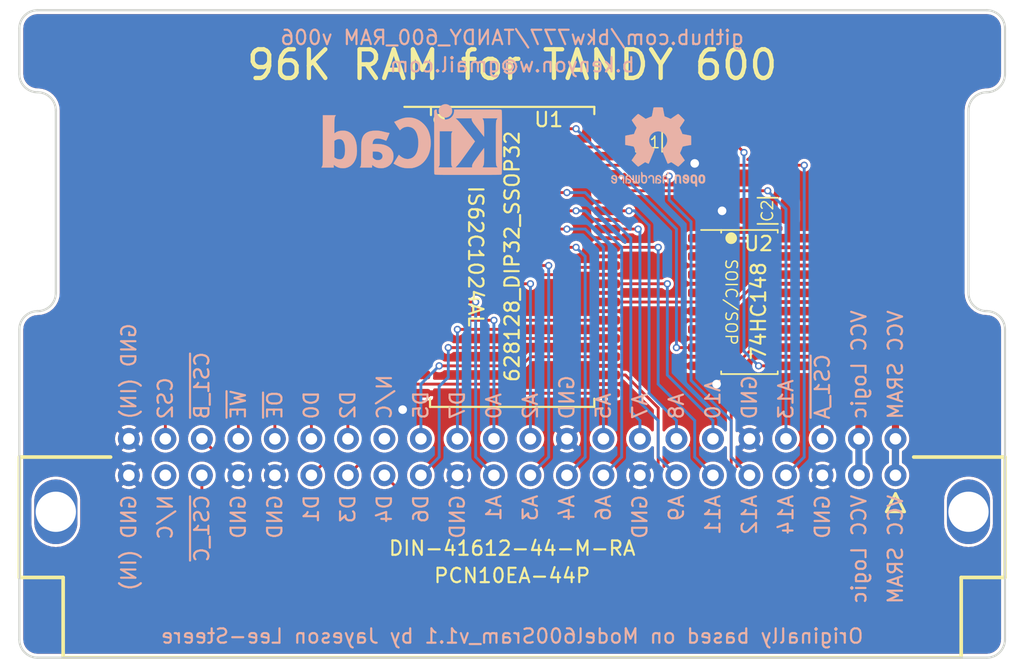
<source format=kicad_pcb>
(kicad_pcb (version 20171130) (host pcbnew 5.1.10-88a1d61d58~90~ubuntu21.04.1)
  (title_block (title "TANDY 600 96K SRAM") (date 2021-09-28) (rev 006) (company "Brian K. White - b.kenyon.w@gmail.com") (comment 1 "LICENSE: CC-BY-SA 4.0"))
  (layers (0 F.Cu signal) (31 B.Cu signal) (34 B.Paste user hide) (35 F.Paste user hide) (36 B.SilkS user) (37 F.SilkS user) (38 B.Mask user hide) (39 F.Mask user hide) (44 Edge.Cuts user))
  (net 0 "")
  (net 1 GND)
  (net 2 VMEM)
  (net 3 VCC)
  (net 4 /A14)
  (net 5 /A13)
  (net 6 /A12)
  (net 7 /A11)
  (net 8 /A10)
  (net 9 /A9)
  (net 10 /A8)
  (net 11 /A7)
  (net 12 /A6)
  (net 13 /A5)
  (net 14 /A4)
  (net 15 /A3)
  (net 16 /A2)
  (net 17 /A1)
  (net 18 /A0)
  (net 19 /D7)
  (net 20 /D6)
  (net 21 /D5)
  (net 22 /D4)
  (net 23 /D3)
  (net 24 /D2)
  (net 25 /D1)
  (net 26 /D0)
  (net 27 /~OE)
  (net 28 /~WE)
  (net 29 /CS2)
  (net 30 /A15)
  (net 31 /A16)
  (net 32 /~CS1)
  (net 33 /~CS1_B)
  (net 34 /~CS1_C)
  (net 35 /~CS1_A)
  (module 000_LOCAL:SOIC-SOP-16 (layer F.Cu) (at 162.56 112.395)
    (fp_text reference U2 (at 0.635 -4.064) (layer F.SilkS))
    (fp_text value 74HC148 (at 0.635 0.635 -90) (layer F.SilkS))
    (pad 5 smd roundrect (at -3.1735 0.635) (size 2.2 0.6) (layers F.Cu F.Paste F.Mask) (net 1 GND))
    (pad 12 smd roundrect (at 3.1735 0.635) (size 2.2 0.6) (layers F.Cu F.Paste F.Mask) (net 34 /~CS1_C))
    (pad 16 smd roundrect (at 3.1735 -4.445) (size 2.2 0.6) (layers F.Cu F.Paste F.Mask) (net 3 VCC))
    (pad 15 smd roundrect (at 3.1735 -3.175) (size 2.2 0.6) (layers F.Cu F.Paste F.Mask))
    (pad 14 smd roundrect (at 3.1735 -1.905) (size 2.2 0.6) (layers F.Cu F.Paste F.Mask) (net 32 /~CS1))
    (pad 13 smd roundrect (at 3.1735 -0.635) (size 2.2 0.6) (layers F.Cu F.Paste F.Mask) (net 3 VCC))
    (pad 11 smd roundrect (at 3.1735 1.905) (size 2.2 0.6) (layers F.Cu F.Paste F.Mask) (net 33 /~CS1_B))
    (pad 10 smd roundrect (at 3.1735 3.175) (size 2.2 0.6) (layers F.Cu F.Paste F.Mask) (net 35 /~CS1_A))
    (pad 9 smd roundrect (at 3.1735 4.445) (size 2.2 0.6) (layers F.Cu F.Paste F.Mask) (net 30 /A15))
    (pad 8 smd roundrect (at -3.1735 4.445) (size 2.2 0.6) (layers F.Cu F.Paste F.Mask) (net 1 GND))
    (pad 7 smd roundrect (at -3.1735 3.175) (size 2.2 0.6) (layers F.Cu F.Paste F.Mask) (net 31 /A16))
    (pad 6 smd roundrect (at -3.1735 1.905) (size 2.2 0.6) (layers F.Cu F.Paste F.Mask))
    (pad 4 smd roundrect (at -3.1735 -0.635) (size 2.2 0.6) (layers F.Cu F.Paste F.Mask) (net 3 VCC))
    (pad 3 smd roundrect (at -3.1735 -1.905) (size 2.2 0.6) (layers F.Cu F.Paste F.Mask) (net 3 VCC))
    (pad 2 smd roundrect (at -3.1735 -3.175) (size 2.2 0.6) (layers F.Cu F.Paste F.Mask) (net 3 VCC))
    (pad 1 smd roundrect (at -3.175 -4.445) (size 2.2 0.6) (layers F.Cu F.Paste F.Mask) (net 3 VCC))
  )
  (module 000_LOCAL:SOP-32W (layer F.Cu) (at 146.05 109.22)
    (fp_text reference U1 (at 2.54 -9.525) (layer F.SilkS))
    (fp_text value 628128_DIP32_SSOP32 (at 0 0 -90) (layer F.SilkS))
    (pad 26 smd roundrect (at 6.6 -1.905) (size 1.8 0.6) (layers F.Cu F.Paste F.Mask) (net 9 /A9))
    (pad 7 smd roundrect (at -6.6 -1.905) (size 1.8 0.6) (layers F.Cu F.Paste F.Mask) (net 13 /A5))
    (pad 8 smd roundrect (at -6.6 -0.635) (size 1.8 0.6) (layers F.Cu F.Paste F.Mask) (net 14 /A4))
    (pad 25 smd roundrect (at 6.6 -0.635) (size 1.8 0.6) (layers F.Cu F.Paste F.Mask) (net 7 /A11))
    (pad 27 smd roundrect (at 6.6 -3.175) (size 1.8 0.6) (layers F.Cu F.Paste F.Mask) (net 10 /A8))
    (pad 6 smd roundrect (at -6.6 -3.175) (size 1.8 0.6) (layers F.Cu F.Paste F.Mask) (net 12 /A6))
    (pad 5 smd roundrect (at -6.6 -4.445) (size 1.8 0.6) (layers F.Cu F.Paste F.Mask) (net 11 /A7))
    (pad 28 smd roundrect (at 6.6 -4.445) (size 1.8 0.6) (layers F.Cu F.Paste F.Mask) (net 5 /A13))
    (pad 32 smd roundrect (at 6.6 -9.525) (size 1.8 0.6) (layers F.Cu F.Paste F.Mask) (net 2 VMEM))
    (pad 1 smd roundrect (at -6.6 -9.525) (size 1.8 0.6) (layers F.Cu F.Paste F.Mask))
    (pad 2 smd roundrect (at -6.6 -8.255) (size 1.8 0.6) (layers F.Cu F.Paste F.Mask) (net 31 /A16))
    (pad 31 smd roundrect (at 6.6 -8.255) (size 1.8 0.6) (layers F.Cu F.Paste F.Mask) (net 30 /A15))
    (pad 29 smd roundrect (at 6.6 -5.715) (size 1.8 0.6) (layers F.Cu F.Paste F.Mask) (net 28 /~WE))
    (pad 4 smd roundrect (at -6.6 -5.715) (size 1.8 0.6) (layers F.Cu F.Paste F.Mask) (net 6 /A12))
    (pad 3 smd roundrect (at -6.6 -6.985) (size 1.8 0.6) (layers F.Cu F.Paste F.Mask) (net 4 /A14))
    (pad 30 smd roundrect (at 6.6 -6.985) (size 1.8 0.6) (layers F.Cu F.Paste F.Mask) (net 29 /CS2))
    (pad 22 smd roundrect (at 6.6 3.175) (size 1.8 0.6) (layers F.Cu F.Paste F.Mask) (net 32 /~CS1))
    (pad 11 smd roundrect (at -6.6 3.175) (size 1.8 0.6) (layers F.Cu F.Paste F.Mask) (net 17 /A1))
    (pad 12 smd roundrect (at -6.6 4.445) (size 1.8 0.6) (layers F.Cu F.Paste F.Mask) (net 18 /A0))
    (pad 21 smd roundrect (at 6.6 4.445) (size 1.8 0.6) (layers F.Cu F.Paste F.Mask) (net 19 /D7))
    (pad 23 smd roundrect (at 6.6 1.905) (size 1.8 0.6) (layers F.Cu F.Paste F.Mask) (net 8 /A10))
    (pad 10 smd roundrect (at -6.6 1.905) (size 1.8 0.6) (layers F.Cu F.Paste F.Mask) (net 16 /A2))
    (pad 9 smd roundrect (at -6.6 0.635) (size 1.8 0.6) (layers F.Cu F.Paste F.Mask) (net 15 /A3))
    (pad 24 smd roundrect (at 6.6 0.635) (size 1.8 0.6) (layers F.Cu F.Paste F.Mask) (net 27 /~OE))
    (pad 20 smd roundrect (at 6.6 5.715) (size 1.8 0.6) (layers F.Cu F.Paste F.Mask) (net 20 /D6))
    (pad 13 smd roundrect (at -6.6 5.715) (size 1.8 0.6) (layers F.Cu F.Paste F.Mask) (net 26 /D0))
    (pad 14 smd roundrect (at -6.6 6.985) (size 1.8 0.6) (layers F.Cu F.Paste F.Mask) (net 25 /D1))
    (pad 19 smd roundrect (at 6.6 6.985) (size 1.8 0.6) (layers F.Cu F.Paste F.Mask) (net 21 /D5))
    (pad 17 smd roundrect (at 6.6 9.525) (size 1.8 0.6) (layers F.Cu F.Paste F.Mask) (net 23 /D3))
    (pad 16 smd roundrect (at -6.6 9.525) (size 1.8 0.6) (layers F.Cu F.Paste F.Mask) (net 1 GND))
    (pad 15 smd roundrect (at -6.6 8.255) (size 1.8 0.6) (layers F.Cu F.Paste F.Mask) (net 24 /D2))
    (pad 18 smd roundrect (at 6.6 8.255) (size 1.8 0.6) (layers F.Cu F.Paste F.Mask) (net 22 /D4))
  )
  (module 000_LOCAL:DIN41612-44P-male-horiz (layer F.Cu) (at 146.05 123.19)
    (fp_text reference J1 hide)
    (fp_text value DIN-41612-44-M-RA (at 0 6.35) (layer F.SilkS))
    (pad "" thru_hole oval (at -31.75 3.81) (size 2.999999 4.500001) (drill 2.799999) (layers *.Cu *.Mask))
    (pad "" thru_hole oval (at 31.75 3.81) (size 2.999999 4.500001) (drill 2.799999) (layers *.Cu *.Mask))
    (pad 22B thru_hole circle (at -26.67 -1.27) (size 1.524 1.524) (drill 0.8) (layers *.Cu *.Mask) (net 1 GND))
    (pad 22A thru_hole circle (at -26.67 1.27) (size 1.524 1.524) (drill 0.8) (layers *.Cu *.Mask) (net 1 GND))
    (pad 21B thru_hole circle (at -24.13 -1.27) (size 1.524 1.524) (drill 0.8) (layers *.Cu *.Mask) (net 29 /CS2))
    (pad 21A thru_hole circle (at -24.13 1.27) (size 1.524 1.524) (drill 0.8) (layers *.Cu *.Mask))
    (pad 20B thru_hole circle (at -21.59 -1.27) (size 1.524 1.524) (drill 0.8) (layers *.Cu *.Mask) (net 33 /~CS1_B))
    (pad 20A thru_hole circle (at -21.59 1.27) (size 1.524 1.524) (drill 0.8) (layers *.Cu *.Mask) (net 34 /~CS1_C))
    (pad 19B thru_hole circle (at -19.05 -1.27) (size 1.524 1.524) (drill 0.8) (layers *.Cu *.Mask) (net 28 /~WE))
    (pad 19A thru_hole circle (at -19.05 1.27) (size 1.524 1.524) (drill 0.8) (layers *.Cu *.Mask) (net 1 GND))
    (pad 18B thru_hole circle (at -16.51 -1.27) (size 1.524 1.524) (drill 0.8) (layers *.Cu *.Mask) (net 27 /~OE))
    (pad 18A thru_hole circle (at -16.51 1.27) (size 1.524 1.524) (drill 0.8) (layers *.Cu *.Mask) (net 1 GND))
    (pad 17B thru_hole circle (at -13.97 -1.27) (size 1.524 1.524) (drill 0.8) (layers *.Cu *.Mask) (net 26 /D0))
    (pad 17A thru_hole circle (at -13.97 1.27) (size 1.524 1.524) (drill 0.8) (layers *.Cu *.Mask) (net 25 /D1))
    (pad 16B thru_hole circle (at -11.43 -1.27) (size 1.524 1.524) (drill 0.8) (layers *.Cu *.Mask) (net 24 /D2))
    (pad 16A thru_hole circle (at -11.43 1.27) (size 1.524 1.524) (drill 0.8) (layers *.Cu *.Mask) (net 23 /D3))
    (pad 15B thru_hole circle (at -8.89 -1.27) (size 1.524 1.524) (drill 0.8) (layers *.Cu *.Mask))
    (pad 15A thru_hole circle (at -8.89 1.27) (size 1.524 1.524) (drill 0.8) (layers *.Cu *.Mask) (net 22 /D4))
    (pad 14B thru_hole circle (at -6.35 -1.27) (size 1.524 1.524) (drill 0.8) (layers *.Cu *.Mask) (net 21 /D5))
    (pad 14A thru_hole circle (at -6.35 1.27) (size 1.524 1.524) (drill 0.8) (layers *.Cu *.Mask) (net 20 /D6))
    (pad 13B thru_hole circle (at -3.81 -1.27) (size 1.524 1.524) (drill 0.8) (layers *.Cu *.Mask) (net 19 /D7))
    (pad 13A thru_hole circle (at -3.81 1.27) (size 1.524 1.524) (drill 0.8) (layers *.Cu *.Mask) (net 1 GND))
    (pad 12B thru_hole circle (at -1.27 -1.27) (size 1.524 1.524) (drill 0.8) (layers *.Cu *.Mask) (net 18 /A0))
    (pad 12A thru_hole circle (at -1.27 1.27) (size 1.524 1.524) (drill 0.8) (layers *.Cu *.Mask) (net 17 /A1))
    (pad 11B thru_hole circle (at 1.27 -1.27) (size 1.524 1.524) (drill 0.8) (layers *.Cu *.Mask) (net 16 /A2))
    (pad 11A thru_hole circle (at 1.27 1.27) (size 1.524 1.524) (drill 0.8) (layers *.Cu *.Mask) (net 15 /A3))
    (pad 10B thru_hole circle (at 3.81 -1.27) (size 1.524 1.524) (drill 0.8) (layers *.Cu *.Mask) (net 1 GND))
    (pad 10A thru_hole circle (at 3.81 1.27) (size 1.524 1.524) (drill 0.8) (layers *.Cu *.Mask) (net 14 /A4))
    (pad 9B thru_hole circle (at 6.35 -1.27) (size 1.524 1.524) (drill 0.8) (layers *.Cu *.Mask) (net 13 /A5))
    (pad 9A thru_hole circle (at 6.35 1.27) (size 1.524 1.524) (drill 0.8) (layers *.Cu *.Mask) (net 12 /A6))
    (pad 8B thru_hole circle (at 8.89 -1.27) (size 1.524 1.524) (drill 0.8) (layers *.Cu *.Mask) (net 11 /A7))
    (pad 8A thru_hole circle (at 8.89 1.27) (size 1.524 1.524) (drill 0.8) (layers *.Cu *.Mask) (net 1 GND))
    (pad 7B thru_hole circle (at 11.43 -1.27) (size 1.524 1.524) (drill 0.8) (layers *.Cu *.Mask) (net 10 /A8))
    (pad 7A thru_hole circle (at 11.43 1.27) (size 1.524 1.524) (drill 0.8) (layers *.Cu *.Mask) (net 9 /A9))
    (pad 6B thru_hole circle (at 13.97 -1.27) (size 1.524 1.524) (drill 0.8) (layers *.Cu *.Mask) (net 8 /A10))
    (pad 6A thru_hole circle (at 13.97 1.27) (size 1.524 1.524) (drill 0.8) (layers *.Cu *.Mask) (net 7 /A11))
    (pad 5B thru_hole circle (at 16.51 -1.27) (size 1.524 1.524) (drill 0.8) (layers *.Cu *.Mask) (net 1 GND))
    (pad 5A thru_hole circle (at 16.51 1.27) (size 1.524 1.524) (drill 0.8) (layers *.Cu *.Mask) (net 6 /A12))
    (pad 4B thru_hole circle (at 19.05 -1.27) (size 1.524 1.524) (drill 0.8) (layers *.Cu *.Mask) (net 5 /A13))
    (pad 4A thru_hole circle (at 19.05 1.27) (size 1.524 1.524) (drill 0.8) (layers *.Cu *.Mask) (net 4 /A14))
    (pad 3B thru_hole circle (at 21.59 -1.27) (size 1.524 1.524) (drill 0.8) (layers *.Cu *.Mask) (net 35 /~CS1_A))
    (pad 3A thru_hole circle (at 21.59 1.27) (size 1.524 1.524) (drill 0.8) (layers *.Cu *.Mask) (net 1 GND))
    (pad 2B thru_hole circle (at 24.13 -1.27) (size 1.524 1.524) (drill 0.8) (layers *.Cu *.Mask) (net 3 VCC))
    (pad 2A thru_hole circle (at 24.13 1.27) (size 1.524 1.524) (drill 0.8) (layers *.Cu *.Mask) (net 3 VCC))
    (pad 1B thru_hole circle (at 26.67 -1.27) (size 1.524 1.524) (drill 0.8) (layers *.Cu *.Mask) (net 2 VMEM))
    (pad 1A thru_hole circle (at 26.67 1.27) (size 1.524 1.524) (drill 0.8) (layers *.Cu *.Mask) (net 2 VMEM))
  )
  (module 000_LOCAL:C_1206 (layer F.Cu) (at 163.83 106.045 180)
    (fp_text reference C2 (at 0.0254 0.005 -90) (layer F.SilkS) (effects (font (size 0.8 0.8) (thickness 0.1))))
    (fp_text value 0.1uF)
    (pad 2 smd roundrect (at 1.475 0 180) (size 1.15 1.8) (layers F.Cu F.Paste F.Mask) (roundrect_rratio 0.2173904347826087) (net 1 GND))
    (pad 1 smd roundrect (at -1.475 0 180) (size 1.15 1.8) (layers F.Cu F.Paste F.Mask) (roundrect_rratio 0.2173904347826087) (net 3 VCC))
  )
  (module 000_LOCAL:C_1206 (layer F.Cu) (at 155.575 101.219 270)
    (fp_text reference C1 (at 0.0635 0 unlocked) (layer F.SilkS) (effects (font (size 0.8 0.8) (thickness 0.1))))
    (fp_text value 0.1uF)
    (pad 2 smd roundrect (at 1.475 0 270) (size 1.15 1.8) (layers F.Cu F.Paste F.Mask) (roundrect_rratio 0.2173904347826087) (net 1 GND))
    (pad 1 smd roundrect (at -1.475 0 270) (size 1.15 1.8) (layers F.Cu F.Paste F.Mask) (roundrect_rratio 0.2173904347826087) (net 2 VMEM))
  )
  (module 000_LOCAL:OSHW-6mm-ss (layer B.Cu) (at 156.21 101.6 180)
    (fp_text reference REF** hide)
    (fp_text value OSHW-6mm-ss hide)
  )
  (module 000_LOCAL:KiCad-5mm-ss (layer B.Cu) (at 139.065 101.6 180)
    (fp_text reference REF** hide)
    (fp_text value KiCad-5mm-ss hide)
  )
  (gr_arc (start 113.03 93.345) (end 111.76 93.345) (angle 90) (layer Edge.Cuts) (width 0.15))
  (gr_arc (start 179.07 93.345) (end 179.07 92.075) (angle 90) (layer Edge.Cuts) (width 0.15))
  (gr_arc (start 179.07 111.76) (end 179.07 113.03) (angle 90) (layer Edge.Cuts) (width 0.15))
  (gr_arc (start 179.07 99.06) (end 177.8 99.06) (angle 90) (layer Edge.Cuts) (width 0.15))
  (gr_arc (start 113.03 111.76) (end 114.3 111.76) (angle 90) (layer Edge.Cuts) (width 0.15))
  (gr_arc (start 113.03 99.06) (end 113.03 97.79) (angle 90) (layer Edge.Cuts) (width 0.15))
  (gr_text SOIC/SOP (at 161.29 112.395 -90) (layer F.SilkS) (effects (font (size 0.8 0.8) (thickness 0.1))))
  (gr_text b.kenyon.w@gmail.com (at 146.05 95.885) (layer B.SilkS) (effects (font (size 1 1)) (justify mirror)))
  (gr_text "github.com/bkw777/TANDY_600_RAM v006" (at 146.05 93.98) (layer B.SilkS) (effects (font (size 1 1)) (justify mirror)))
  (gr_text "Originally based on Model600Sram_v1.1 by Jayeson Lee-Steere" (at 146.05 135.66) (layer B.SilkS) (effects (font (size 1 1)) (justify mirror)))
  (gr_text ~WE (at 127 120.65 90) (layer B.SilkS) (effects (font (size 1 1)) (justify right mirror)))
  (gr_text ~CS1_B~ (at 124.46 120.65 90) (layer B.SilkS) (effects (font (size 1 1)) (justify right mirror)))
  (gr_text "GND (IN)" (at 119.38 120.65 90) (layer B.SilkS) (effects (font (size 1 1)) (justify right mirror)))
  (gr_text CS2 (at 121.92 120.65 90) (layer B.SilkS) (effects (font (size 1 1)) (justify right mirror)))
  (gr_text D0 (at 132.08 120.65 90) (layer B.SilkS) (effects (font (size 1 1)) (justify right mirror)))
  (gr_text ~OE (at 129.54 120.65 90) (layer B.SilkS) (effects (font (size 1 1)) (justify right mirror)))
  (gr_text A5 (at 152.4 120.65 90) (layer B.SilkS) (effects (font (size 1 1)) (justify right mirror)))
  (gr_text GND (at 149.86 120.65 90) (layer B.SilkS) (effects (font (size 1 1)) (justify right mirror)))
  (gr_text A0 (at 144.78 120.65 90) (layer B.SilkS) (effects (font (size 1 1)) (justify right mirror)))
  (gr_text A2 (at 147.32 120.65 90) (layer B.SilkS) (effects (font (size 1 1)) (justify right mirror)))
  (gr_text N/C (at 137.16 120.65 90) (layer B.SilkS) (effects (font (size 1 1)) (justify right mirror)))
  (gr_text D2 (at 134.62 120.65 90) (layer B.SilkS) (effects (font (size 1 1)) (justify right mirror)))
  (gr_text D5 (at 139.7 120.65 90) (layer B.SilkS) (effects (font (size 1 1)) (justify right mirror)))
  (gr_text D7 (at 142.24 120.65 90) (layer B.SilkS) (effects (font (size 1 1)) (justify right mirror)))
  (gr_text GND (at 162.56 120.65 90) (layer B.SilkS) (effects (font (size 1 1)) (justify right mirror)))
  (gr_text A10 (at 160.02 120.65 90) (layer B.SilkS) (effects (font (size 1 1)) (justify right mirror)))
  (gr_text A7 (at 154.94 120.65 90) (layer B.SilkS) (effects (font (size 1 1)) (justify right mirror)))
  (gr_text A8 (at 157.48 120.65 90) (layer B.SilkS) (effects (font (size 1 1)) (justify right mirror)))
  (gr_text ~CS1_A~ (at 167.64 120.65 90) (layer B.SilkS) (effects (font (size 1 1)) (justify right mirror)))
  (gr_text A13 (at 165.1 120.65 90) (layer B.SilkS) (effects (font (size 1 1)) (justify right mirror)))
  (gr_text "VCC Logic" (at 170.18 120.65 90) (layer B.SilkS) (effects (font (size 1 1)) (justify right mirror)))
  (gr_text "VCC SRAM" (at 172.72 120.65 90) (layer B.SilkS) (effects (font (size 1 1)) (justify right mirror)))
  (gr_text "GND (IN)" (at 119.38 125.73 90) (layer B.SilkS) (effects (font (size 1 1)) (justify left mirror)))
  (gr_text GND (at 129.54 125.73 90) (layer B.SilkS) (effects (font (size 1 1)) (justify left mirror)))
  (gr_text GND (at 127 125.73 90) (layer B.SilkS) (effects (font (size 1 1)) (justify left mirror)))
  (gr_text N/C (at 121.92 125.73 90) (layer B.SilkS) (effects (font (size 1 1)) (justify left mirror)))
  (gr_text ~CS1_C~ (at 124.46 125.73 90) (layer B.SilkS) (effects (font (size 1 1)) (justify left mirror)))
  (gr_text D1 (at 132.08 125.73 90) (layer B.SilkS) (effects (font (size 1 1)) (justify left mirror)))
  (gr_text A6 (at 152.4 125.73 90) (layer B.SilkS) (effects (font (size 1 1)) (justify left mirror)))
  (gr_text A4 (at 149.86 125.73 90) (layer B.SilkS) (effects (font (size 1 1)) (justify left mirror)))
  (gr_text A1 (at 144.78 125.73 90) (layer B.SilkS) (effects (font (size 1 1)) (justify left mirror)))
  (gr_text A3 (at 147.32 125.73 90) (layer B.SilkS) (effects (font (size 1 1)) (justify left mirror)))
  (gr_text D4 (at 137.16 125.73 90) (layer B.SilkS) (effects (font (size 1 1)) (justify left mirror)))
  (gr_text D3 (at 134.62 125.73 90) (layer B.SilkS) (effects (font (size 1 1)) (justify left mirror)))
  (gr_text D6 (at 139.7 125.73 90) (layer B.SilkS) (effects (font (size 1 1)) (justify left mirror)))
  (gr_text GND (at 142.24 125.73 90) (layer B.SilkS) (effects (font (size 1 1)) (justify left mirror)))
  (gr_text A12 (at 162.56 125.73 90) (layer B.SilkS) (effects (font (size 1 1)) (justify left mirror)))
  (gr_text A11 (at 160.02 125.73 90) (layer B.SilkS) (effects (font (size 1 1)) (justify left mirror)))
  (gr_text GND (at 154.94 125.73 90) (layer B.SilkS) (effects (font (size 1 1)) (justify left mirror)))
  (gr_text A9 (at 157.48 125.73 90) (layer B.SilkS) (effects (font (size 1 1)) (justify left mirror)))
  (gr_text GND (at 167.64 125.73 90) (layer B.SilkS) (effects (font (size 1 1)) (justify left mirror)))
  (gr_text A14 (at 165.1 125.73 90) (layer B.SilkS) (effects (font (size 1 1)) (justify left mirror)))
  (gr_text "VCC Logic" (at 170.18 125.73 90) (layer B.SilkS) (effects (font (size 1 1)) (justify left mirror)))
  (gr_text "VCC SRAM" (at 172.72 125.73 90) (layer B.SilkS) (effects (font (size 1 1)) (justify left mirror)))
  (gr_text "96K RAM for TANDY 600" (at 146.05 95.885) (layer F.SilkS) (effects (font (size 2 2) (thickness 0.3))))
  (gr_text IS62C1024AL (at 143.51 109.22 -90) (layer F.SilkS) (effects (font (size 1 1))))
  (gr_line (start 177.8 111.76) (end 177.8 99.06) (angle 90) (layer Edge.Cuts) (width 0.15))
  (gr_line (start 114.3 99.06) (end 114.3 111.76) (angle 90) (layer Edge.Cuts) (width 0.15))
  (gr_line (start 180.34 93.345) (end 180.34 96.52) (angle 90) (layer Edge.Cuts) (width 0.15))
  (gr_line (start 111.76 93.345) (end 111.76 96.52) (angle 90) (layer Edge.Cuts) (width 0.15))
  (gr_line (start 180.34 114.3) (end 180.34 135.89) (angle 90) (layer Edge.Cuts) (width 0.15))
  (gr_arc (start 179.07 114.3) (end 179.07 113.03) (angle 90) (layer Edge.Cuts) (width 0.15))
  (gr_arc (start 179.07 96.52) (end 180.34 96.52) (angle 90) (layer Edge.Cuts) (width 0.15))
  (gr_line (start 111.76 114.3) (end 111.76 135.89) (angle 90) (layer Edge.Cuts) (width 0.15))
  (gr_arc (start 113.03 114.3) (end 111.76 114.3) (angle 90) (layer Edge.Cuts) (width 0.15))
  (gr_arc (start 113.03 96.52) (end 113.03 97.79) (angle 90) (layer Edge.Cuts) (width 0.15))
  (gr_text PCN10EA-44P (at 146.05 131.445) (layer F.SilkS) (effects (font (size 1 1))))
  (gr_line (start 179.07 137.16) (end 113.03 137.16) (angle 90) (layer Edge.Cuts) (width 0.15))
  (gr_line (start 113.03 92.075) (end 179.07 92.075) (angle 90) (layer Edge.Cuts) (width 0.15))
  (gr_arc (start 113.03 135.89) (end 113.03 137.16) (angle 90) (layer Edge.Cuts) (width 0.15))
  (gr_arc (start 179.07 135.89) (end 180.34 135.89) (angle 90) (layer Edge.Cuts) (width 0.15))
  (via (at 138.43 119.888) (size 1) (drill 0.6) (layers F.Cu B.Cu) (net 1))
  (via (at 160.274 118.11) (size 1) (drill 0.6) (layers F.Cu B.Cu) (net 1))
  (via (at 160.655 106.045) (size 1) (drill 0.6) (layers F.Cu B.Cu) (net 1))
  (via (at 158.75 102.743) (size 1) (drill 0.6) (layers F.Cu B.Cu) (net 1))
  (segment (start 158.701 102.694) (end 158.75 102.743) (width 0.5) (layer F.Cu) (net 1))
  (segment (start 155.575 102.694) (end 158.701 102.694) (width 0.5) (layer F.Cu) (net 1))
  (segment (start 172.72 124.46) (end 172.72 121.92) (width 0.5) (layer F.Cu) (net 2))
  (segment (start 172.72 121.92) (end 172.72 124.46) (width 0.5) (layer B.Cu) (net 2))
  (segment (start 155.526 99.695) (end 152.65 99.695) (width 0.5) (layer F.Cu) (net 2))
  (segment (start 155.575 99.744) (end 155.526 99.695) (width 0.5) (layer F.Cu) (net 2))
  (segment (start 172.72 121.92) (end 172.72 106.68) (width 0.5) (layer F.Cu) (net 2))
  (segment (start 172.72 106.68) (end 165.784 99.744) (width 0.5) (layer F.Cu) (net 2))
  (segment (start 165.784 99.744) (end 155.575 99.744) (width 0.5) (layer F.Cu) (net 2))
  (segment (start 170.18 124.46) (end 170.18 121.92) (width 0.5) (layer F.Cu) (net 3))
  (segment (start 170.18 121.92) (end 170.18 124.46) (width 0.5) (layer B.Cu) (net 3))
  (segment (start 159.3865 107.9515) (end 159.385 107.95) (width 0.2) (layer F.Cu) (net 3))
  (segment (start 159.3865 111.76) (end 159.3865 107.9515) (width 0.2) (layer F.Cu) (net 3))
  (segment (start 159.385 107.95) (end 165.7335 107.95) (width 0.2) (layer F.Cu) (net 3))
  (segment (start 165.305 107.95) (end 165.7335 107.95) (width 0.5) (layer F.Cu) (net 3))
  (segment (start 165.305 106.045) (end 165.305 107.95) (width 0.5) (layer F.Cu) (net 3))
  (segment (start 170.18 113.9825) (end 170.18 121.92) (width 0.5) (layer F.Cu) (net 3))
  (segment (start 167.9575 111.76) (end 170.18 113.9825) (width 0.5) (layer F.Cu) (net 3))
  (segment (start 167.9575 108.7755) (end 167.9575 111.76) (width 0.5) (layer F.Cu) (net 3))
  (segment (start 167.132 107.95) (end 167.9575 108.7755) (width 0.5) (layer F.Cu) (net 3))
  (segment (start 165.7335 107.95) (end 167.132 107.95) (width 0.5) (layer F.Cu) (net 3))
  (segment (start 165.7335 111.76) (end 167.9575 111.76) (width 0.2) (layer F.Cu) (net 3))
  (segment (start 144.145 102.235) (end 139.45 102.235) (width 0.2) (layer F.Cu) (net 4))
  (segment (start 144.78 101.6) (end 144.145 102.235) (width 0.2) (layer F.Cu) (net 4))
  (segment (start 161.76625 102.87) (end 160.49625 101.6) (width 0.2) (layer F.Cu) (net 4))
  (segment (start 166.37 102.87) (end 161.76625 102.87) (width 0.2) (layer F.Cu) (net 4))
  (segment (start 166.37 123.19) (end 165.1 124.46) (width 0.2) (layer B.Cu) (net 4))
  (segment (start 166.37 102.87) (end 166.37 123.19) (width 0.2) (layer B.Cu) (net 4))
  (segment (start 160.49625 101.6) (end 144.78 101.6) (width 0.2) (layer F.Cu) (net 4))
  (via (at 166.37 102.87) (size 0.5) (drill 0.3) (layers F.Cu B.Cu) (net 4))
  (segment (start 152.777 104.648) (end 152.65 104.775) (width 0.2) (layer F.Cu) (net 5))
  (segment (start 163.83 104.648) (end 152.777 104.648) (width 0.2) (layer F.Cu) (net 5))
  (segment (start 165.1 105.918) (end 165.1 121.92) (width 0.2) (layer B.Cu) (net 5))
  (segment (start 163.83 104.648) (end 165.1 105.918) (width 0.2) (layer B.Cu) (net 5))
  (via (at 163.83 104.648) (size 0.5) (drill 0.3) (layers F.Cu B.Cu) (net 5))
  (via (at 156.972 103.632) (size 0.5) (drill 0.3) (layers F.Cu B.Cu) (net 6))
  (segment (start 161.29 123.19) (end 162.56 124.46) (width 0.2) (layer B.Cu) (net 6))
  (segment (start 161.29 120.65) (end 161.29 123.19) (width 0.2) (layer B.Cu) (net 6))
  (segment (start 158.496 117.856) (end 161.29 120.65) (width 0.2) (layer B.Cu) (net 6))
  (segment (start 158.496 106.807) (end 158.496 117.856) (width 0.2) (layer B.Cu) (net 6))
  (segment (start 156.972 105.283) (end 158.496 106.807) (width 0.2) (layer B.Cu) (net 6))
  (segment (start 156.972 103.632) (end 156.972 105.283) (width 0.2) (layer B.Cu) (net 6))
  (segment (start 145.415 103.505) (end 139.45 103.505) (width 0.2) (layer F.Cu) (net 6))
  (segment (start 146.05 102.87) (end 145.415 103.505) (width 0.2) (layer F.Cu) (net 6))
  (segment (start 153.797 102.87) (end 146.05 102.87) (width 0.2) (layer F.Cu) (net 6))
  (segment (start 154.686 103.759) (end 153.797 102.87) (width 0.2) (layer F.Cu) (net 6))
  (segment (start 156.845 103.759) (end 154.686 103.759) (width 0.2) (layer F.Cu) (net 6))
  (segment (start 156.972 103.632) (end 156.845 103.759) (width 0.2) (layer F.Cu) (net 6))
  (segment (start 156.21 108.585) (end 152.65 108.585) (width 0.2) (layer F.Cu) (net 7))
  (via (at 156.21 108.585) (size 0.5) (drill 0.3) (layers F.Cu B.Cu) (net 7))
  (segment (start 158.75 123.19) (end 160.02 124.46) (width 0.2) (layer B.Cu) (net 7))
  (segment (start 158.75 120.65) (end 158.75 123.19) (width 0.2) (layer B.Cu) (net 7))
  (segment (start 156.21 118.11) (end 158.75 120.65) (width 0.2) (layer B.Cu) (net 7))
  (segment (start 156.21 108.585) (end 156.21 118.11) (width 0.2) (layer B.Cu) (net 7))
  (segment (start 154.305 111.125) (end 152.65 111.125) (width 0.2) (layer F.Cu) (net 8))
  (segment (start 156.845 111.125) (end 154.305 111.125) (width 0.2) (layer F.Cu) (net 8))
  (via (at 156.845 111.125) (size 0.5) (drill 0.3) (layers F.Cu B.Cu) (net 8))
  (segment (start 160.02 120.65) (end 160.02 121.92) (width 0.2) (layer B.Cu) (net 8))
  (segment (start 156.845 117.475) (end 160.02 120.65) (width 0.2) (layer B.Cu) (net 8))
  (segment (start 156.845 111.125) (end 156.845 117.475) (width 0.2) (layer B.Cu) (net 8))
  (segment (start 156.21 123.19) (end 157.48 124.46) (width 0.2) (layer B.Cu) (net 9))
  (segment (start 156.21 120.65) (end 156.21 123.19) (width 0.2) (layer B.Cu) (net 9))
  (segment (start 154.94 119.38) (end 156.21 120.65) (width 0.2) (layer B.Cu) (net 9))
  (segment (start 154.94 107.442) (end 154.94 119.38) (width 0.2) (layer B.Cu) (net 9))
  (segment (start 154.813 107.315) (end 154.94 107.442) (width 0.2) (layer B.Cu) (net 9))
  (segment (start 154.813 107.315) (end 152.65 107.315) (width 0.2) (layer F.Cu) (net 9))
  (via (at 154.813 107.315) (size 0.5) (drill 0.3) (layers F.Cu B.Cu) (net 9))
  (segment (start 154.178 106.045) (end 152.65 106.045) (width 0.2) (layer F.Cu) (net 10))
  (via (at 154.178 106.045) (size 0.5) (drill 0.3) (layers F.Cu B.Cu) (net 10))
  (segment (start 157.48 120.65) (end 157.48 121.92) (width 0.2) (layer B.Cu) (net 10))
  (segment (start 155.575 118.745) (end 157.48 120.65) (width 0.2) (layer B.Cu) (net 10))
  (segment (start 155.575 107.061) (end 155.575 118.745) (width 0.2) (layer B.Cu) (net 10))
  (segment (start 154.559 106.045) (end 155.575 107.061) (width 0.2) (layer B.Cu) (net 10))
  (segment (start 154.178 106.045) (end 154.559 106.045) (width 0.2) (layer B.Cu) (net 10))
  (segment (start 149.86 104.775) (end 139.45 104.775) (width 0.2) (layer F.Cu) (net 11))
  (via (at 149.86 104.775) (size 0.5) (drill 0.3) (layers F.Cu B.Cu) (net 11))
  (segment (start 154.94 120.65) (end 154.94 121.92) (width 0.2) (layer B.Cu) (net 11))
  (segment (start 154.305 120.015) (end 154.94 120.65) (width 0.2) (layer B.Cu) (net 11))
  (segment (start 151.13 104.775) (end 154.305 107.95) (width 0.2) (layer B.Cu) (net 11))
  (segment (start 154.305 107.95) (end 154.305 120.015) (width 0.2) (layer B.Cu) (net 11))
  (segment (start 149.86 104.775) (end 151.13 104.775) (width 0.2) (layer B.Cu) (net 11))
  (segment (start 153.67 123.19) (end 152.4 124.46) (width 0.2) (layer B.Cu) (net 12))
  (segment (start 153.67 108.585) (end 153.67 123.19) (width 0.2) (layer B.Cu) (net 12))
  (segment (start 151.13 106.045) (end 153.67 108.585) (width 0.2) (layer B.Cu) (net 12))
  (segment (start 140.72 106.045) (end 139.45 106.045) (width 0.2) (layer F.Cu) (net 12))
  (segment (start 150.495 106.045) (end 140.72 106.045) (width 0.2) (layer F.Cu) (net 12))
  (segment (start 150.495 106.045) (end 151.13 106.045) (width 0.2) (layer B.Cu) (net 12))
  (via (at 150.495 106.045) (size 0.5) (drill 0.3) (layers F.Cu B.Cu) (net 12))
  (segment (start 149.86 107.315) (end 139.45 107.315) (width 0.2) (layer F.Cu) (net 13))
  (via (at 149.86 107.315) (size 0.5) (drill 0.3) (layers F.Cu B.Cu) (net 13))
  (segment (start 151.13 107.315) (end 152.4 108.585) (width 0.2) (layer B.Cu) (net 13))
  (segment (start 152.4 108.585) (end 152.4 121.92) (width 0.2) (layer B.Cu) (net 13))
  (segment (start 149.86 107.315) (end 151.13 107.315) (width 0.2) (layer B.Cu) (net 13))
  (segment (start 150.495 108.585) (end 139.45 108.585) (width 0.2) (layer F.Cu) (net 14))
  (segment (start 151.13 123.19) (end 149.86 124.46) (width 0.2) (layer B.Cu) (net 14))
  (segment (start 151.13 109.22) (end 151.13 123.19) (width 0.2) (layer B.Cu) (net 14))
  (segment (start 150.495 108.585) (end 151.13 109.22) (width 0.2) (layer B.Cu) (net 14))
  (via (at 150.495 108.585) (size 0.5) (drill 0.3) (layers F.Cu B.Cu) (net 14))
  (segment (start 148.59 109.855) (end 139.45 109.855) (width 0.2) (layer F.Cu) (net 15))
  (segment (start 148.59 109.855) (end 148.59 123.19) (width 0.2) (layer B.Cu) (net 15))
  (segment (start 148.59 123.19) (end 147.32 124.46) (width 0.2) (layer B.Cu) (net 15))
  (via (at 148.59 109.855) (size 0.5) (drill 0.3) (layers F.Cu B.Cu) (net 15))
  (segment (start 147.32 111.125) (end 139.45 111.125) (width 0.2) (layer F.Cu) (net 16))
  (segment (start 147.32 121.92) (end 147.32 111.125) (width 0.2) (layer B.Cu) (net 16))
  (via (at 147.32 111.125) (size 0.5) (drill 0.3) (layers F.Cu B.Cu) (net 16))
  (segment (start 143.51 123.19) (end 144.78 124.46) (width 0.2) (layer B.Cu) (net 17))
  (segment (start 143.51 112.395) (end 143.51 123.19) (width 0.2) (layer B.Cu) (net 17))
  (via (at 143.51 112.395) (size 0.5) (drill 0.3) (layers F.Cu B.Cu) (net 17))
  (segment (start 139.45 112.395) (end 143.51 112.395) (width 0.2) (layer F.Cu) (net 17))
  (segment (start 144.78 113.665) (end 139.45 113.665) (width 0.2) (layer F.Cu) (net 18))
  (segment (start 144.78 121.92) (end 144.78 113.665) (width 0.2) (layer B.Cu) (net 18))
  (via (at 144.78 113.665) (size 0.5) (drill 0.3) (layers F.Cu B.Cu) (net 18))
  (segment (start 142.24 114.3) (end 142.24 118.745) (width 0.2) (layer B.Cu) (net 19))
  (segment (start 146.030157 113.665) (end 152.65 113.665) (width 0.2) (layer F.Cu) (net 19))
  (segment (start 145.395157 114.3) (end 146.030157 113.665) (width 0.2) (layer F.Cu) (net 19))
  (segment (start 142.24 118.745) (end 142.24 121.92) (width 0.2) (layer B.Cu) (net 19))
  (segment (start 142.24 114.3) (end 145.395157 114.3) (width 0.2) (layer F.Cu) (net 19))
  (via (at 142.24 114.3) (size 0.5) (drill 0.3) (layers F.Cu B.Cu) (net 19))
  (segment (start 140.97 123.19) (end 139.7 124.46) (width 0.2) (layer B.Cu) (net 20))
  (segment (start 141.605 117.63375) (end 140.97 118.26875) (width 0.2) (layer B.Cu) (net 20))
  (segment (start 140.97 118.26875) (end 140.97 123.19) (width 0.2) (layer B.Cu) (net 20))
  (segment (start 141.605 115.57) (end 141.605 117.63375) (width 0.2) (layer B.Cu) (net 20))
  (segment (start 146.685 114.935) (end 152.65 114.935) (width 0.2) (layer F.Cu) (net 20))
  (segment (start 146.05 115.57) (end 146.685 114.935) (width 0.2) (layer F.Cu) (net 20))
  (segment (start 141.605 115.57) (end 146.05 115.57) (width 0.2) (layer F.Cu) (net 20))
  (via (at 141.605 115.57) (size 0.5) (drill 0.3) (layers F.Cu B.Cu) (net 20))
  (segment (start 139.7 118.11) (end 139.7 121.92) (width 0.2) (layer B.Cu) (net 21))
  (segment (start 140.97 116.84) (end 139.7 118.11) (width 0.2) (layer B.Cu) (net 21))
  (via (at 140.97 116.84) (size 0.5) (drill 0.3) (layers F.Cu B.Cu) (net 21))
  (segment (start 147.32 116.205) (end 152.65 116.205) (width 0.2) (layer F.Cu) (net 21))
  (segment (start 146.685 116.84) (end 147.32 116.205) (width 0.2) (layer F.Cu) (net 21))
  (segment (start 140.97 116.84) (end 146.685 116.84) (width 0.2) (layer F.Cu) (net 21))
  (segment (start 139.065 126.365) (end 137.16 124.46) (width 0.2) (layer F.Cu) (net 22))
  (segment (start 155.575 126.365) (end 139.065 126.365) (width 0.2) (layer F.Cu) (net 22))
  (segment (start 156.21 125.73) (end 155.575 126.365) (width 0.2) (layer F.Cu) (net 22))
  (segment (start 156.21 119.761) (end 156.21 125.73) (width 0.2) (layer F.Cu) (net 22))
  (segment (start 153.924 117.475) (end 156.21 119.761) (width 0.2) (layer F.Cu) (net 22))
  (segment (start 152.65 117.475) (end 153.924 117.475) (width 0.2) (layer F.Cu) (net 22))
  (segment (start 135.89 123.19) (end 134.62 124.46) (width 0.2) (layer F.Cu) (net 23))
  (segment (start 135.89 120.523) (end 135.89 123.19) (width 0.2) (layer F.Cu) (net 23))
  (segment (start 138.303 118.11) (end 135.89 120.523) (width 0.2) (layer F.Cu) (net 23))
  (segment (start 145.415 118.11) (end 138.303 118.11) (width 0.2) (layer F.Cu) (net 23))
  (segment (start 146.05 118.745) (end 145.415 118.11) (width 0.2) (layer F.Cu) (net 23))
  (segment (start 152.65 118.745) (end 146.05 118.745) (width 0.2) (layer F.Cu) (net 23))
  (segment (start 137.922 117.475) (end 139.45 117.475) (width 0.2) (layer F.Cu) (net 24))
  (segment (start 134.62 120.777) (end 137.922 117.475) (width 0.2) (layer F.Cu) (net 24))
  (segment (start 134.62 121.92) (end 134.62 120.777) (width 0.2) (layer F.Cu) (net 24))
  (segment (start 133.35 123.19) (end 132.08 124.46) (width 0.2) (layer F.Cu) (net 25))
  (segment (start 133.35 121.031) (end 133.35 123.19) (width 0.2) (layer F.Cu) (net 25))
  (segment (start 138.176 116.205) (end 133.35 121.031) (width 0.2) (layer F.Cu) (net 25))
  (segment (start 139.45 116.205) (end 138.176 116.205) (width 0.2) (layer F.Cu) (net 25))
  (segment (start 132.08 120.777) (end 132.08 121.92) (width 0.2) (layer F.Cu) (net 26))
  (segment (start 137.922 114.935) (end 132.08 120.777) (width 0.2) (layer F.Cu) (net 26))
  (segment (start 139.45 114.935) (end 137.922 114.935) (width 0.2) (layer F.Cu) (net 26))
  (segment (start 152.523 109.982) (end 152.65 109.855) (width 0.2) (layer F.Cu) (net 27))
  (segment (start 150.495 109.982) (end 152.523 109.982) (width 0.2) (layer F.Cu) (net 27))
  (segment (start 138.049 110.49) (end 149.987 110.49) (width 0.2) (layer F.Cu) (net 27))
  (segment (start 129.54 118.999) (end 138.049 110.49) (width 0.2) (layer F.Cu) (net 27))
  (segment (start 149.987 110.49) (end 150.495 109.982) (width 0.2) (layer F.Cu) (net 27))
  (segment (start 129.54 121.92) (end 129.54 118.999) (width 0.2) (layer F.Cu) (net 27))
  (segment (start 127 121.92) (end 127 121.285) (width 0.25) (layer F.Cu) (net 28))
  (segment (start 127 115.189) (end 127 121.92) (width 0.2) (layer F.Cu) (net 28))
  (segment (start 138.049 104.14) (end 127 115.189) (width 0.2) (layer F.Cu) (net 28))
  (segment (start 146.05 104.14) (end 138.049 104.14) (width 0.2) (layer F.Cu) (net 28))
  (segment (start 146.685 103.505) (end 146.05 104.14) (width 0.2) (layer F.Cu) (net 28))
  (segment (start 152.65 103.505) (end 146.685 103.505) (width 0.2) (layer F.Cu) (net 28))
  (segment (start 145.415 102.235) (end 152.65 102.235) (width 0.2) (layer F.Cu) (net 29))
  (segment (start 144.78 102.87) (end 145.415 102.235) (width 0.2) (layer F.Cu) (net 29))
  (segment (start 138.049 102.87) (end 144.78 102.87) (width 0.2) (layer F.Cu) (net 29))
  (segment (start 121.92 118.999) (end 138.049 102.87) (width 0.2) (layer F.Cu) (net 29))
  (segment (start 121.92 121.92) (end 121.92 118.999) (width 0.2) (layer F.Cu) (net 29))
  (segment (start 165.7335 116.84) (end 163.195 116.84) (width 0.2) (layer F.Cu) (net 30))
  (via (at 163.195 116.84) (size 0.5) (drill 0.3) (layers F.Cu B.Cu) (net 30))
  (segment (start 161.163 100.965) (end 152.65 100.965) (width 0.2) (layer F.Cu) (net 30))
  (segment (start 162.179 101.981) (end 161.163 100.965) (width 0.2) (layer F.Cu) (net 30))
  (via (at 162.179 101.981) (size 0.5) (drill 0.3) (layers F.Cu B.Cu) (net 30))
  (segment (start 162.179 115.824) (end 163.195 116.84) (width 0.2) (layer B.Cu) (net 30))
  (segment (start 162.179 101.981) (end 162.179 115.824) (width 0.2) (layer B.Cu) (net 30))
  (via (at 150.495 100.33) (size 0.5) (drill 0.3) (layers F.Cu B.Cu) (net 31))
  (via (at 157.48 115.57) (size 0.5) (drill 0.3) (layers F.Cu B.Cu) (net 31))
  (segment (start 157.48 115.57) (end 159.3865 115.57) (width 0.2) (layer F.Cu) (net 31))
  (segment (start 157.48 107.315) (end 150.495 100.33) (width 0.2) (layer B.Cu) (net 31))
  (segment (start 157.48 115.57) (end 157.48 107.315) (width 0.2) (layer B.Cu) (net 31))
  (segment (start 143.51 100.965) (end 139.45 100.965) (width 0.2) (layer F.Cu) (net 31))
  (segment (start 144.145 100.33) (end 143.51 100.965) (width 0.2) (layer F.Cu) (net 31))
  (segment (start 150.495 100.33) (end 144.145 100.33) (width 0.2) (layer F.Cu) (net 31))
  (segment (start 163.576 110.49) (end 165.7335 110.49) (width 0.2) (layer F.Cu) (net 32))
  (segment (start 161.671 112.395) (end 163.576 110.49) (width 0.2) (layer F.Cu) (net 32))
  (segment (start 152.65 112.395) (end 161.671 112.395) (width 0.2) (layer F.Cu) (net 32))
  (segment (start 127.635 127.635) (end 125.73 125.73) (width 0.2) (layer F.Cu) (net 33))
  (segment (start 159.385 127.635) (end 127.635 127.635) (width 0.2) (layer F.Cu) (net 33))
  (segment (start 161.29 125.73) (end 159.385 127.635) (width 0.2) (layer F.Cu) (net 33))
  (segment (start 125.73 123.19) (end 124.46 121.92) (width 0.2) (layer F.Cu) (net 33))
  (segment (start 161.29 120.142) (end 161.29 125.73) (width 0.2) (layer F.Cu) (net 33))
  (segment (start 162.052 119.38) (end 161.29 120.142) (width 0.2) (layer F.Cu) (net 33))
  (segment (start 162.052 116.332) (end 162.052 119.38) (width 0.2) (layer F.Cu) (net 33))
  (segment (start 125.73 125.73) (end 125.73 123.19) (width 0.2) (layer F.Cu) (net 33))
  (segment (start 164.084 114.3) (end 162.052 116.332) (width 0.2) (layer F.Cu) (net 33))
  (segment (start 165.7335 114.3) (end 164.084 114.3) (width 0.2) (layer F.Cu) (net 33))
  (segment (start 167.132 113.03) (end 165.7335 113.03) (width 0.2) (layer F.Cu) (net 34))
  (segment (start 168.91 114.808) (end 167.132 113.03) (width 0.2) (layer F.Cu) (net 34))
  (segment (start 168.91 125.73) (end 168.91 114.808) (width 0.2) (layer F.Cu) (net 34))
  (segment (start 165.735 128.905) (end 168.91 125.73) (width 0.2) (layer F.Cu) (net 34))
  (segment (start 127.635 128.905) (end 165.735 128.905) (width 0.2) (layer F.Cu) (net 34))
  (segment (start 124.46 125.73) (end 127.635 128.905) (width 0.2) (layer F.Cu) (net 34))
  (segment (start 124.46 124.46) (end 124.46 125.73) (width 0.2) (layer F.Cu) (net 34))
  (segment (start 167.132 115.57) (end 165.7335 115.57) (width 0.2) (layer F.Cu) (net 35))
  (segment (start 167.64 116.078) (end 167.132 115.57) (width 0.2) (layer F.Cu) (net 35))
  (segment (start 167.64 121.92) (end 167.64 116.078) (width 0.2) (layer F.Cu) (net 35))
  (zone (net 1) (net_name GND) (layer B.Cu) (connect_pads (clearance 0.2)) (min_thickness 0.2) (fill yes (arc_segments 16) (thermal_gap 0.2) (thermal_bridge_width 0.4) (smoothing fillet) (radius 0.1))
    (polygon (pts (xy 146.05 137.16) (xy 180.34 137.16) (xy 180.34 92.075) (xy 111.76 92.075) (xy 111.76 137.16)))
  )
  (zone (net 1) (net_name GND) (layer F.Cu) (connect_pads (clearance 0.2)) (min_thickness 0.2) (fill yes (arc_segments 16) (thermal_gap 0.2) (thermal_bridge_width 0.4) (smoothing fillet) (radius 0.1))
    (polygon (pts (xy 146.05 137.16) (xy 180.34 137.16) (xy 180.34 92.075) (xy 111.76 92.075) (xy 111.76 137.16)))
  )
)
</source>
